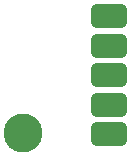
<source format=gbr>
G04 #@! TF.GenerationSoftware,KiCad,Pcbnew,(6.0.1-0)*
G04 #@! TF.CreationDate,2022-12-09T09:33:06-05:00*
G04 #@! TF.ProjectId,feederFloor,66656564-6572-4466-9c6f-6f722e6b6963,rev?*
G04 #@! TF.SameCoordinates,Original*
G04 #@! TF.FileFunction,Soldermask,Bot*
G04 #@! TF.FilePolarity,Negative*
%FSLAX46Y46*%
G04 Gerber Fmt 4.6, Leading zero omitted, Abs format (unit mm)*
G04 Created by KiCad (PCBNEW (6.0.1-0)) date 2022-12-09 09:33:06*
%MOMM*%
%LPD*%
G01*
G04 APERTURE LIST*
G04 Aperture macros list*
%AMRoundRect*
0 Rectangle with rounded corners*
0 $1 Rounding radius*
0 $2 $3 $4 $5 $6 $7 $8 $9 X,Y pos of 4 corners*
0 Add a 4 corners polygon primitive as box body*
4,1,4,$2,$3,$4,$5,$6,$7,$8,$9,$2,$3,0*
0 Add four circle primitives for the rounded corners*
1,1,$1+$1,$2,$3*
1,1,$1+$1,$4,$5*
1,1,$1+$1,$6,$7*
1,1,$1+$1,$8,$9*
0 Add four rect primitives between the rounded corners*
20,1,$1+$1,$2,$3,$4,$5,0*
20,1,$1+$1,$4,$5,$6,$7,0*
20,1,$1+$1,$6,$7,$8,$9,0*
20,1,$1+$1,$8,$9,$2,$3,0*%
G04 Aperture macros list end*
%ADD10C,3.302000*%
%ADD11RoundRect,0.551000X-1.000000X0.500000X-1.000000X-0.500000X1.000000X-0.500000X1.000000X0.500000X0*%
G04 APERTURE END LIST*
D10*
X25200000Y-37000000D03*
D11*
X32550114Y-27113687D03*
X32550114Y-29613687D03*
X32550114Y-32113687D03*
X32550114Y-34613687D03*
X32550114Y-37113687D03*
M02*

</source>
